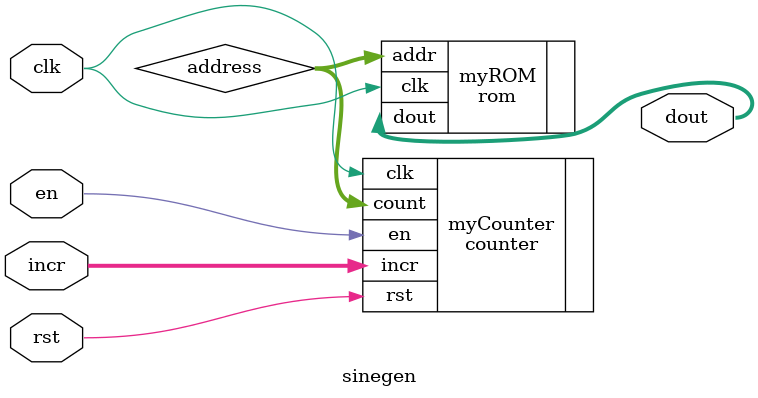
<source format=sv>
module sinegen #(
    parameter ADDRESS_WIDTH = 8,
              DATA_WIDTH = 8
)(
    // interface signals
    input  logic [ADDRESS_WIDTH - 1 : 0] incr,    // increment for counter
    input  logic clk,      // clock
    input  logic rst,      // reset
    input  logic en,       // enable
    output logic [DATA_WIDTH - 1 : 0] dout    // sine output
);

    logic [ADDRESS_WIDTH - 1 : 0] address;    // interconnect wire

counter myCounter (
    .incr (incr),
    .clk (clk),
    .rst (rst),
    .en (en),
    .count (address)
);

rom myROM (
    .clk (clk),
    .addr (address),
    .dout (dout)
);

endmodule

</source>
